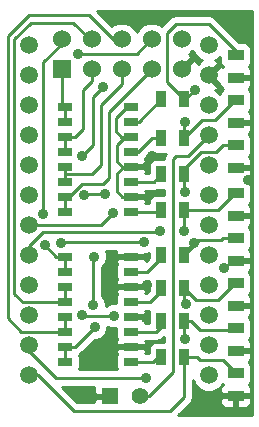
<source format=gtl>
G04 (created by PCBNEW (2013-07-07 BZR 4022)-stable) date 11/1/2014 8:09:35 PM*
%MOIN*%
G04 Gerber Fmt 3.4, Leading zero omitted, Abs format*
%FSLAX34Y34*%
G01*
G70*
G90*
G04 APERTURE LIST*
%ADD10C,0.00590551*%
%ADD11R,0.05X0.025*%
%ADD12R,0.055X0.035*%
%ADD13R,0.035X0.055*%
%ADD14R,0.055X0.055*%
%ADD15C,0.055*%
%ADD16R,0.06X0.06*%
%ADD17C,0.06*%
%ADD18C,0.0590551*%
%ADD19C,0.035*%
%ADD20C,0.01*%
G04 APERTURE END LIST*
G54D10*
G54D11*
X145100Y-90050D03*
X145100Y-90550D03*
X145100Y-91050D03*
X145100Y-91550D03*
X145100Y-92050D03*
X145100Y-92550D03*
X145100Y-93050D03*
X145100Y-93550D03*
X147300Y-93550D03*
X147300Y-93050D03*
X147300Y-92550D03*
X147300Y-92050D03*
X147300Y-91550D03*
X147300Y-91050D03*
X147300Y-90550D03*
X147300Y-90050D03*
X145100Y-95050D03*
X145100Y-95550D03*
X145100Y-96050D03*
X145100Y-96550D03*
X145100Y-97050D03*
X145100Y-97550D03*
X145100Y-98050D03*
X145100Y-98550D03*
X147300Y-98550D03*
X147300Y-98050D03*
X147300Y-97550D03*
X147300Y-97050D03*
X147300Y-96550D03*
X147300Y-96050D03*
X147300Y-95550D03*
X147300Y-95050D03*
G54D12*
X150800Y-97425D03*
X150800Y-98175D03*
G54D13*
X148325Y-98400D03*
X149075Y-98400D03*
X148325Y-97200D03*
X149075Y-97200D03*
X148325Y-96100D03*
X149075Y-96100D03*
X148325Y-95000D03*
X149075Y-95000D03*
X148325Y-93500D03*
X149075Y-93500D03*
X148325Y-92300D03*
X149075Y-92300D03*
X148325Y-91100D03*
X149075Y-91100D03*
X148325Y-89800D03*
X149075Y-89800D03*
G54D12*
X150800Y-98925D03*
X150800Y-99675D03*
X150800Y-95925D03*
X150800Y-96675D03*
X150800Y-94425D03*
X150800Y-95175D03*
X150800Y-92925D03*
X150800Y-93675D03*
X150800Y-91325D03*
X150800Y-92075D03*
X150800Y-89825D03*
X150800Y-90575D03*
X150800Y-88325D03*
X150800Y-89075D03*
G54D14*
X146600Y-99700D03*
G54D15*
X147600Y-99700D03*
G54D16*
X145000Y-88800D03*
G54D17*
X145000Y-87800D03*
X146000Y-88800D03*
X146000Y-87800D03*
X147000Y-88800D03*
X147000Y-87800D03*
X148000Y-88800D03*
X148000Y-87800D03*
X149000Y-88800D03*
X149000Y-87800D03*
G54D18*
X149900Y-88000D03*
X149900Y-99000D03*
X149900Y-98000D03*
X149900Y-97000D03*
X149900Y-96000D03*
X149900Y-95000D03*
X149900Y-94000D03*
X149900Y-93000D03*
X149900Y-92000D03*
X149900Y-91000D03*
X149900Y-90000D03*
X149900Y-89000D03*
X143900Y-89000D03*
X143900Y-90000D03*
X143900Y-91000D03*
X143900Y-92000D03*
X143900Y-93000D03*
X143900Y-94000D03*
X143900Y-95000D03*
X143900Y-96000D03*
X143900Y-97000D03*
X143900Y-98000D03*
X143900Y-99000D03*
X143900Y-88000D03*
G54D19*
X149430Y-89470D03*
X146380Y-89370D03*
X145680Y-91670D03*
X149100Y-90550D03*
X146430Y-92960D03*
X145740Y-92970D03*
X149100Y-92900D03*
X146700Y-93600D03*
X149090Y-94190D03*
X148280Y-94170D03*
X149400Y-94580D03*
X147740Y-94540D03*
X144990Y-94580D03*
X149130Y-96610D03*
X146740Y-97010D03*
X145690Y-96990D03*
X149100Y-97800D03*
X147800Y-99100D03*
X150420Y-95410D03*
X147830Y-95990D03*
X147800Y-97100D03*
X146500Y-98000D03*
X148000Y-91700D03*
X151200Y-92500D03*
X144430Y-94660D03*
X144390Y-93630D03*
X146100Y-97395D03*
X146040Y-96660D03*
X146085Y-95040D03*
X145560Y-88290D03*
G54D20*
X149100Y-89800D02*
X149075Y-89800D01*
X149430Y-89470D02*
X149100Y-89800D01*
X146040Y-89710D02*
X146380Y-89370D01*
X146040Y-91310D02*
X146040Y-89710D01*
X145680Y-91670D02*
X146040Y-91310D01*
X150800Y-88325D02*
X150800Y-88200D01*
X148500Y-89225D02*
X149075Y-89800D01*
X148500Y-87600D02*
X148500Y-89225D01*
X148800Y-87300D02*
X148500Y-87600D01*
X149900Y-87300D02*
X148800Y-87300D01*
X150800Y-88200D02*
X149900Y-87300D01*
X149075Y-90575D02*
X149075Y-91100D01*
X149100Y-90550D02*
X149075Y-90575D01*
X146420Y-92950D02*
X146430Y-92960D01*
X145760Y-92950D02*
X146420Y-92950D01*
X145740Y-92970D02*
X145760Y-92950D01*
X150800Y-89825D02*
X150775Y-89825D01*
X149675Y-90500D02*
X149075Y-91100D01*
X150100Y-90500D02*
X149675Y-90500D01*
X150775Y-89825D02*
X150100Y-90500D01*
X143900Y-94000D02*
X146300Y-94000D01*
X149075Y-92875D02*
X149075Y-92300D01*
X149100Y-92900D02*
X149075Y-92875D01*
X146300Y-94000D02*
X146700Y-93600D01*
X150800Y-91325D02*
X150375Y-91325D01*
X149075Y-92125D02*
X149075Y-92300D01*
X149658Y-91541D02*
X149075Y-92125D01*
X150158Y-91541D02*
X149658Y-91541D01*
X150375Y-91325D02*
X150158Y-91541D01*
X143900Y-95000D02*
X143900Y-94690D01*
X149075Y-94175D02*
X149075Y-93500D01*
X149090Y-94190D02*
X149075Y-94175D01*
X148240Y-94210D02*
X148280Y-94170D01*
X144380Y-94210D02*
X148240Y-94210D01*
X143900Y-94690D02*
X144380Y-94210D01*
X150800Y-92925D02*
X150775Y-92925D01*
X150200Y-93500D02*
X149075Y-93500D01*
X150775Y-92925D02*
X150200Y-93500D01*
X149075Y-94905D02*
X149075Y-95000D01*
X149400Y-94580D02*
X149075Y-94905D01*
X145030Y-94540D02*
X147740Y-94540D01*
X144990Y-94580D02*
X145030Y-94540D01*
X150800Y-94425D02*
X150375Y-94425D01*
X149575Y-94500D02*
X149075Y-95000D01*
X150300Y-94500D02*
X149575Y-94500D01*
X150375Y-94425D02*
X150300Y-94500D01*
X149075Y-96555D02*
X149075Y-96100D01*
X149130Y-96610D02*
X149075Y-96555D01*
X145710Y-97010D02*
X146740Y-97010D01*
X145690Y-96990D02*
X145710Y-97010D01*
X150800Y-95925D02*
X150775Y-95925D01*
X149475Y-96500D02*
X149075Y-96100D01*
X150200Y-96500D02*
X149475Y-96500D01*
X150775Y-95925D02*
X150200Y-96500D01*
X143900Y-98000D02*
X143900Y-98200D01*
X149075Y-97775D02*
X149075Y-97200D01*
X149100Y-97800D02*
X149075Y-97775D01*
X144800Y-99100D02*
X147800Y-99100D01*
X143900Y-98200D02*
X144800Y-99100D01*
X149075Y-97200D02*
X149300Y-97200D01*
X150725Y-97500D02*
X150800Y-97425D01*
X149600Y-97500D02*
X150725Y-97500D01*
X149300Y-97200D02*
X149600Y-97500D01*
X143900Y-99000D02*
X144200Y-99000D01*
X144200Y-99000D02*
X145400Y-100200D01*
X145400Y-100200D02*
X148600Y-100200D01*
X148600Y-100200D02*
X149075Y-99725D01*
X149075Y-99725D02*
X149075Y-98400D01*
X149075Y-98400D02*
X149500Y-98400D01*
X150375Y-98500D02*
X150800Y-98925D01*
X149600Y-98500D02*
X150375Y-98500D01*
X149500Y-98400D02*
X149600Y-98500D01*
X147300Y-90550D02*
X147575Y-90550D01*
X147575Y-90550D02*
X148325Y-89800D01*
X147300Y-91550D02*
X147550Y-91550D01*
X148000Y-91100D02*
X148325Y-91100D01*
X147550Y-91550D02*
X148000Y-91100D01*
X147300Y-92550D02*
X148075Y-92550D01*
X148075Y-92550D02*
X148325Y-92300D01*
X147300Y-93550D02*
X148275Y-93550D01*
X148275Y-93550D02*
X148325Y-93500D01*
X148325Y-95000D02*
X148325Y-95075D01*
X147850Y-95550D02*
X147300Y-95550D01*
X148325Y-95075D02*
X147850Y-95550D01*
X148325Y-96100D02*
X148325Y-96175D01*
X147950Y-96550D02*
X147300Y-96550D01*
X148325Y-96175D02*
X147950Y-96550D01*
X148325Y-97200D02*
X148325Y-97375D01*
X148150Y-97550D02*
X147300Y-97550D01*
X148325Y-97375D02*
X148150Y-97550D01*
X148325Y-98400D02*
X148200Y-98400D01*
X148050Y-98550D02*
X147300Y-98550D01*
X148200Y-98400D02*
X148050Y-98550D01*
X147600Y-99700D02*
X147900Y-99700D01*
X149200Y-91700D02*
X149900Y-91000D01*
X148800Y-91700D02*
X149200Y-91700D01*
X148700Y-91800D02*
X148800Y-91700D01*
X148700Y-98900D02*
X148700Y-91800D01*
X147900Y-99700D02*
X148700Y-98900D01*
X147300Y-92050D02*
X147060Y-92050D01*
X147020Y-93050D02*
X147300Y-93050D01*
X146830Y-92860D02*
X147020Y-93050D01*
X146830Y-92280D02*
X146830Y-92860D01*
X147060Y-92050D02*
X146830Y-92280D01*
X147300Y-91050D02*
X147110Y-91050D01*
X147030Y-92050D02*
X147300Y-92050D01*
X146850Y-91870D02*
X147030Y-92050D01*
X146850Y-91310D02*
X146850Y-91870D01*
X147110Y-91050D02*
X146850Y-91310D01*
X147300Y-90050D02*
X147180Y-90050D01*
X146990Y-91050D02*
X147300Y-91050D01*
X146800Y-90860D02*
X146990Y-91050D01*
X146800Y-90430D02*
X146800Y-90860D01*
X147180Y-90050D02*
X146800Y-90430D01*
X147300Y-96050D02*
X147770Y-96050D01*
X150430Y-95400D02*
X150440Y-95400D01*
X150420Y-95410D02*
X150430Y-95400D01*
X147770Y-96050D02*
X147830Y-95990D01*
X147300Y-98050D02*
X146550Y-98050D01*
X146550Y-98050D02*
X146500Y-98000D01*
X147300Y-92050D02*
X147650Y-92050D01*
X147800Y-91900D02*
X148000Y-91700D01*
X147650Y-92050D02*
X147800Y-91900D01*
X145000Y-88800D02*
X145000Y-89950D01*
X145000Y-89950D02*
X145100Y-90050D01*
X145100Y-90550D02*
X145100Y-90050D01*
X146000Y-88800D02*
X146000Y-89200D01*
X145450Y-91050D02*
X145100Y-91050D01*
X145700Y-90800D02*
X145450Y-91050D01*
X145700Y-89500D02*
X145700Y-90800D01*
X146000Y-89200D02*
X145700Y-89500D01*
X145100Y-91550D02*
X145100Y-91050D01*
X147000Y-88800D02*
X147000Y-89300D01*
X146000Y-92300D02*
X145100Y-92300D01*
X146300Y-92000D02*
X146000Y-92300D01*
X146300Y-90000D02*
X146300Y-92000D01*
X147000Y-89300D02*
X146300Y-90000D01*
X145100Y-92550D02*
X145100Y-92300D01*
X145100Y-92300D02*
X145100Y-92050D01*
X145100Y-93050D02*
X145240Y-93050D01*
X146580Y-90220D02*
X148000Y-88800D01*
X146580Y-92420D02*
X146580Y-90220D01*
X146390Y-92610D02*
X146580Y-92420D01*
X145680Y-92610D02*
X146390Y-92610D01*
X145240Y-93050D02*
X145680Y-92610D01*
X145100Y-93550D02*
X145100Y-93300D01*
X145100Y-93300D02*
X145100Y-93050D01*
X145000Y-87800D02*
X145000Y-87940D01*
X144820Y-95050D02*
X145100Y-95050D01*
X144430Y-94660D02*
X144820Y-95050D01*
X144390Y-88550D02*
X144390Y-93630D01*
X145000Y-87940D02*
X144390Y-88550D01*
X145100Y-95550D02*
X145100Y-95300D01*
X145100Y-95300D02*
X145100Y-95050D01*
X146000Y-87800D02*
X145950Y-87800D01*
X143695Y-96550D02*
X145100Y-96550D01*
X143425Y-96280D02*
X143695Y-96550D01*
X143425Y-87785D02*
X143425Y-96280D01*
X143970Y-87240D02*
X143425Y-87785D01*
X145390Y-87240D02*
X143970Y-87240D01*
X145950Y-87800D02*
X145390Y-87240D01*
X145100Y-96550D02*
X145100Y-96300D01*
X145100Y-96300D02*
X145100Y-96050D01*
X147000Y-87800D02*
X146700Y-87800D01*
X143650Y-97550D02*
X145100Y-97550D01*
X143200Y-97100D02*
X143650Y-97550D01*
X143200Y-87700D02*
X143200Y-97100D01*
X143900Y-87000D02*
X143200Y-87700D01*
X145900Y-87000D02*
X143900Y-87000D01*
X146700Y-87800D02*
X145900Y-87000D01*
X145100Y-97550D02*
X145100Y-97300D01*
X145100Y-97300D02*
X145100Y-97050D01*
X148000Y-87800D02*
X147985Y-87800D01*
X145445Y-98050D02*
X145100Y-98050D01*
X146100Y-97395D02*
X145445Y-98050D01*
X146040Y-95085D02*
X146040Y-96660D01*
X146085Y-95040D02*
X146040Y-95085D01*
X147495Y-88290D02*
X145560Y-88290D01*
X147985Y-87800D02*
X147495Y-88290D01*
X145100Y-98550D02*
X145100Y-98300D01*
X145100Y-98300D02*
X145100Y-98050D01*
G54D10*
G36*
X143976Y-91005D02*
X143905Y-91076D01*
X143900Y-91070D01*
X143894Y-91076D01*
X143823Y-91005D01*
X143829Y-91000D01*
X143823Y-90994D01*
X143894Y-90923D01*
X143900Y-90929D01*
X143905Y-90923D01*
X143976Y-90994D01*
X143970Y-91000D01*
X143976Y-91005D01*
X143976Y-91005D01*
G37*
G54D20*
X143976Y-91005D02*
X143905Y-91076D01*
X143900Y-91070D01*
X143894Y-91076D01*
X143823Y-91005D01*
X143829Y-91000D01*
X143823Y-90994D01*
X143894Y-90923D01*
X143900Y-90929D01*
X143905Y-90923D01*
X143976Y-90994D01*
X143970Y-91000D01*
X143976Y-91005D01*
G54D10*
G36*
X146657Y-99750D02*
X146650Y-99750D01*
X146650Y-99757D01*
X146550Y-99757D01*
X146550Y-99750D01*
X146137Y-99750D01*
X146075Y-99812D01*
X146074Y-99900D01*
X145524Y-99900D01*
X145024Y-99400D01*
X146075Y-99400D01*
X146074Y-99474D01*
X146075Y-99587D01*
X146137Y-99650D01*
X146550Y-99650D01*
X146550Y-99642D01*
X146650Y-99642D01*
X146650Y-99650D01*
X146657Y-99650D01*
X146657Y-99750D01*
X146657Y-99750D01*
G37*
G54D20*
X146657Y-99750D02*
X146650Y-99750D01*
X146650Y-99757D01*
X146550Y-99757D01*
X146550Y-99750D01*
X146137Y-99750D01*
X146075Y-99812D01*
X146074Y-99900D01*
X145524Y-99900D01*
X145024Y-99400D01*
X146075Y-99400D01*
X146074Y-99474D01*
X146075Y-99587D01*
X146137Y-99650D01*
X146550Y-99650D01*
X146550Y-99642D01*
X146650Y-99642D01*
X146650Y-99650D01*
X146657Y-99650D01*
X146657Y-99750D01*
G54D10*
G36*
X147357Y-90100D02*
X147350Y-90100D01*
X147350Y-90107D01*
X147250Y-90107D01*
X147250Y-90100D01*
X147242Y-90100D01*
X147242Y-90000D01*
X147250Y-90000D01*
X147250Y-89992D01*
X147350Y-89992D01*
X147350Y-90000D01*
X147357Y-90000D01*
X147357Y-90100D01*
X147357Y-90100D01*
G37*
G54D20*
X147357Y-90100D02*
X147350Y-90100D01*
X147350Y-90107D01*
X147250Y-90107D01*
X147250Y-90100D01*
X147242Y-90100D01*
X147242Y-90000D01*
X147250Y-90000D01*
X147250Y-89992D01*
X147350Y-89992D01*
X147350Y-90000D01*
X147357Y-90000D01*
X147357Y-90100D01*
G54D10*
G36*
X147357Y-91100D02*
X147350Y-91100D01*
X147350Y-91107D01*
X147250Y-91107D01*
X147250Y-91100D01*
X147242Y-91100D01*
X147242Y-91000D01*
X147250Y-91000D01*
X147250Y-90992D01*
X147350Y-90992D01*
X147350Y-91000D01*
X147357Y-91000D01*
X147357Y-91100D01*
X147357Y-91100D01*
G37*
G54D20*
X147357Y-91100D02*
X147350Y-91100D01*
X147350Y-91107D01*
X147250Y-91107D01*
X147250Y-91100D01*
X147242Y-91100D01*
X147242Y-91000D01*
X147250Y-91000D01*
X147250Y-90992D01*
X147350Y-90992D01*
X147350Y-91000D01*
X147357Y-91000D01*
X147357Y-91100D01*
G54D10*
G36*
X147899Y-95840D02*
X147899Y-95874D01*
X147899Y-96175D01*
X147825Y-96250D01*
X147789Y-96250D01*
X147800Y-96224D01*
X147800Y-96162D01*
X147737Y-96100D01*
X147350Y-96100D01*
X147350Y-96107D01*
X147250Y-96107D01*
X147250Y-96100D01*
X146862Y-96100D01*
X146800Y-96162D01*
X146799Y-96224D01*
X146831Y-96300D01*
X146800Y-96375D01*
X146799Y-96474D01*
X146799Y-96585D01*
X146655Y-96584D01*
X146499Y-96649D01*
X146464Y-96684D01*
X146465Y-96575D01*
X146400Y-96419D01*
X146340Y-96358D01*
X146340Y-95385D01*
X146445Y-95281D01*
X146509Y-95124D01*
X146510Y-94955D01*
X146462Y-94840D01*
X146814Y-94840D01*
X146799Y-94875D01*
X146800Y-94937D01*
X146862Y-95000D01*
X147250Y-95000D01*
X147250Y-94992D01*
X147350Y-94992D01*
X147350Y-95000D01*
X147737Y-95000D01*
X147772Y-94965D01*
X147824Y-94965D01*
X147899Y-94933D01*
X147899Y-95075D01*
X147800Y-95175D01*
X147800Y-95162D01*
X147737Y-95100D01*
X147350Y-95100D01*
X147350Y-95107D01*
X147250Y-95107D01*
X147250Y-95100D01*
X146862Y-95100D01*
X146800Y-95162D01*
X146799Y-95224D01*
X146831Y-95300D01*
X146800Y-95375D01*
X146799Y-95474D01*
X146799Y-95724D01*
X146831Y-95800D01*
X146799Y-95875D01*
X146800Y-95937D01*
X146862Y-96000D01*
X147250Y-96000D01*
X147250Y-95992D01*
X147350Y-95992D01*
X147350Y-96000D01*
X147737Y-96000D01*
X147800Y-95937D01*
X147800Y-95875D01*
X147789Y-95850D01*
X147850Y-95850D01*
X147850Y-95849D01*
X147899Y-95840D01*
X147899Y-95840D01*
G37*
G54D20*
X147899Y-95840D02*
X147899Y-95874D01*
X147899Y-96175D01*
X147825Y-96250D01*
X147789Y-96250D01*
X147800Y-96224D01*
X147800Y-96162D01*
X147737Y-96100D01*
X147350Y-96100D01*
X147350Y-96107D01*
X147250Y-96107D01*
X147250Y-96100D01*
X146862Y-96100D01*
X146800Y-96162D01*
X146799Y-96224D01*
X146831Y-96300D01*
X146800Y-96375D01*
X146799Y-96474D01*
X146799Y-96585D01*
X146655Y-96584D01*
X146499Y-96649D01*
X146464Y-96684D01*
X146465Y-96575D01*
X146400Y-96419D01*
X146340Y-96358D01*
X146340Y-95385D01*
X146445Y-95281D01*
X146509Y-95124D01*
X146510Y-94955D01*
X146462Y-94840D01*
X146814Y-94840D01*
X146799Y-94875D01*
X146800Y-94937D01*
X146862Y-95000D01*
X147250Y-95000D01*
X147250Y-94992D01*
X147350Y-94992D01*
X147350Y-95000D01*
X147737Y-95000D01*
X147772Y-94965D01*
X147824Y-94965D01*
X147899Y-94933D01*
X147899Y-95075D01*
X147800Y-95175D01*
X147800Y-95162D01*
X147737Y-95100D01*
X147350Y-95100D01*
X147350Y-95107D01*
X147250Y-95107D01*
X147250Y-95100D01*
X146862Y-95100D01*
X146800Y-95162D01*
X146799Y-95224D01*
X146831Y-95300D01*
X146800Y-95375D01*
X146799Y-95474D01*
X146799Y-95724D01*
X146831Y-95800D01*
X146799Y-95875D01*
X146800Y-95937D01*
X146862Y-96000D01*
X147250Y-96000D01*
X147250Y-95992D01*
X147350Y-95992D01*
X147350Y-96000D01*
X147737Y-96000D01*
X147800Y-95937D01*
X147800Y-95875D01*
X147789Y-95850D01*
X147850Y-95850D01*
X147850Y-95849D01*
X147899Y-95840D01*
G54D10*
G36*
X147910Y-96850D02*
X147900Y-96875D01*
X147899Y-96974D01*
X147899Y-97250D01*
X147789Y-97250D01*
X147800Y-97224D01*
X147800Y-97162D01*
X147737Y-97100D01*
X147350Y-97100D01*
X147350Y-97107D01*
X147250Y-97107D01*
X147250Y-97100D01*
X147242Y-97100D01*
X147242Y-97000D01*
X147250Y-97000D01*
X147250Y-96992D01*
X147350Y-96992D01*
X147350Y-97000D01*
X147737Y-97000D01*
X147800Y-96937D01*
X147800Y-96875D01*
X147789Y-96850D01*
X147910Y-96850D01*
X147910Y-96850D01*
G37*
G54D20*
X147910Y-96850D02*
X147900Y-96875D01*
X147899Y-96974D01*
X147899Y-97250D01*
X147789Y-97250D01*
X147800Y-97224D01*
X147800Y-97162D01*
X147737Y-97100D01*
X147350Y-97100D01*
X147350Y-97107D01*
X147250Y-97107D01*
X147250Y-97100D01*
X147242Y-97100D01*
X147242Y-97000D01*
X147250Y-97000D01*
X147250Y-96992D01*
X147350Y-96992D01*
X147350Y-97000D01*
X147737Y-97000D01*
X147800Y-96937D01*
X147800Y-96875D01*
X147789Y-96850D01*
X147910Y-96850D01*
G54D10*
G36*
X148400Y-92974D02*
X148100Y-92974D01*
X148008Y-93012D01*
X147938Y-93083D01*
X147900Y-93175D01*
X147899Y-93250D01*
X147789Y-93250D01*
X147800Y-93224D01*
X147800Y-93162D01*
X147737Y-93100D01*
X147350Y-93100D01*
X147350Y-93107D01*
X147250Y-93107D01*
X147250Y-93100D01*
X147242Y-93100D01*
X147242Y-93000D01*
X147250Y-93000D01*
X147250Y-92992D01*
X147350Y-92992D01*
X147350Y-93000D01*
X147737Y-93000D01*
X147800Y-92937D01*
X147800Y-92875D01*
X147789Y-92850D01*
X148075Y-92850D01*
X148075Y-92849D01*
X148189Y-92827D01*
X148189Y-92827D01*
X148192Y-92825D01*
X148192Y-92825D01*
X148199Y-92825D01*
X148400Y-92825D01*
X148400Y-92974D01*
X148400Y-92974D01*
G37*
G54D20*
X148400Y-92974D02*
X148100Y-92974D01*
X148008Y-93012D01*
X147938Y-93083D01*
X147900Y-93175D01*
X147899Y-93250D01*
X147789Y-93250D01*
X147800Y-93224D01*
X147800Y-93162D01*
X147737Y-93100D01*
X147350Y-93100D01*
X147350Y-93107D01*
X147250Y-93107D01*
X147250Y-93100D01*
X147242Y-93100D01*
X147242Y-93000D01*
X147250Y-93000D01*
X147250Y-92992D01*
X147350Y-92992D01*
X147350Y-93000D01*
X147737Y-93000D01*
X147800Y-92937D01*
X147800Y-92875D01*
X147789Y-92850D01*
X148075Y-92850D01*
X148075Y-92849D01*
X148189Y-92827D01*
X148189Y-92827D01*
X148192Y-92825D01*
X148192Y-92825D01*
X148199Y-92825D01*
X148400Y-92825D01*
X148400Y-92974D01*
G54D10*
G36*
X148400Y-97874D02*
X148100Y-97874D01*
X148008Y-97912D01*
X147938Y-97983D01*
X147900Y-98075D01*
X147899Y-98174D01*
X147899Y-98250D01*
X147789Y-98250D01*
X147800Y-98224D01*
X147800Y-98162D01*
X147737Y-98100D01*
X147350Y-98100D01*
X147350Y-98107D01*
X147250Y-98107D01*
X147250Y-98100D01*
X146862Y-98100D01*
X146800Y-98162D01*
X146799Y-98224D01*
X146831Y-98300D01*
X146800Y-98375D01*
X146799Y-98474D01*
X146799Y-98724D01*
X146831Y-98800D01*
X145568Y-98800D01*
X145599Y-98724D01*
X145600Y-98625D01*
X145600Y-98375D01*
X145575Y-98316D01*
X145657Y-98262D01*
X146099Y-97819D01*
X146184Y-97820D01*
X146340Y-97755D01*
X146460Y-97636D01*
X146524Y-97479D01*
X146525Y-97380D01*
X146655Y-97434D01*
X146799Y-97435D01*
X146799Y-97474D01*
X146799Y-97724D01*
X146831Y-97800D01*
X146799Y-97875D01*
X146800Y-97937D01*
X146862Y-98000D01*
X147250Y-98000D01*
X147250Y-97992D01*
X147350Y-97992D01*
X147350Y-98000D01*
X147737Y-98000D01*
X147800Y-97937D01*
X147800Y-97875D01*
X147789Y-97850D01*
X148150Y-97850D01*
X148150Y-97849D01*
X148264Y-97827D01*
X148264Y-97827D01*
X148362Y-97762D01*
X148399Y-97725D01*
X148400Y-97725D01*
X148400Y-97874D01*
X148400Y-97874D01*
G37*
G54D20*
X148400Y-97874D02*
X148100Y-97874D01*
X148008Y-97912D01*
X147938Y-97983D01*
X147900Y-98075D01*
X147899Y-98174D01*
X147899Y-98250D01*
X147789Y-98250D01*
X147800Y-98224D01*
X147800Y-98162D01*
X147737Y-98100D01*
X147350Y-98100D01*
X147350Y-98107D01*
X147250Y-98107D01*
X147250Y-98100D01*
X146862Y-98100D01*
X146800Y-98162D01*
X146799Y-98224D01*
X146831Y-98300D01*
X146800Y-98375D01*
X146799Y-98474D01*
X146799Y-98724D01*
X146831Y-98800D01*
X145568Y-98800D01*
X145599Y-98724D01*
X145600Y-98625D01*
X145600Y-98375D01*
X145575Y-98316D01*
X145657Y-98262D01*
X146099Y-97819D01*
X146184Y-97820D01*
X146340Y-97755D01*
X146460Y-97636D01*
X146524Y-97479D01*
X146525Y-97380D01*
X146655Y-97434D01*
X146799Y-97435D01*
X146799Y-97474D01*
X146799Y-97724D01*
X146831Y-97800D01*
X146799Y-97875D01*
X146800Y-97937D01*
X146862Y-98000D01*
X147250Y-98000D01*
X147250Y-97992D01*
X147350Y-97992D01*
X147350Y-98000D01*
X147737Y-98000D01*
X147800Y-97937D01*
X147800Y-97875D01*
X147789Y-97850D01*
X148150Y-97850D01*
X148150Y-97849D01*
X148264Y-97827D01*
X148264Y-97827D01*
X148362Y-97762D01*
X148399Y-97725D01*
X148400Y-97725D01*
X148400Y-97874D01*
G54D10*
G36*
X148463Y-91625D02*
X148422Y-91685D01*
X148404Y-91774D01*
X148100Y-91774D01*
X148008Y-91812D01*
X147938Y-91883D01*
X147900Y-91975D01*
X147899Y-92074D01*
X147899Y-92250D01*
X147789Y-92250D01*
X147800Y-92224D01*
X147800Y-92162D01*
X147737Y-92100D01*
X147350Y-92100D01*
X147350Y-92107D01*
X147250Y-92107D01*
X147250Y-92100D01*
X147242Y-92100D01*
X147242Y-92000D01*
X147250Y-92000D01*
X147250Y-91992D01*
X147350Y-91992D01*
X147350Y-92000D01*
X147737Y-92000D01*
X147800Y-91937D01*
X147800Y-91875D01*
X147768Y-91799D01*
X147799Y-91724D01*
X147799Y-91724D01*
X147972Y-91551D01*
X148008Y-91586D01*
X148100Y-91624D01*
X148199Y-91625D01*
X148463Y-91625D01*
X148463Y-91625D01*
G37*
G54D20*
X148463Y-91625D02*
X148422Y-91685D01*
X148404Y-91774D01*
X148100Y-91774D01*
X148008Y-91812D01*
X147938Y-91883D01*
X147900Y-91975D01*
X147899Y-92074D01*
X147899Y-92250D01*
X147789Y-92250D01*
X147800Y-92224D01*
X147800Y-92162D01*
X147737Y-92100D01*
X147350Y-92100D01*
X147350Y-92107D01*
X147250Y-92107D01*
X147250Y-92100D01*
X147242Y-92100D01*
X147242Y-92000D01*
X147250Y-92000D01*
X147250Y-91992D01*
X147350Y-91992D01*
X147350Y-92000D01*
X147737Y-92000D01*
X147800Y-91937D01*
X147800Y-91875D01*
X147768Y-91799D01*
X147799Y-91724D01*
X147799Y-91724D01*
X147972Y-91551D01*
X148008Y-91586D01*
X148100Y-91624D01*
X148199Y-91625D01*
X148463Y-91625D01*
G54D10*
G36*
X149076Y-87805D02*
X149005Y-87876D01*
X149000Y-87870D01*
X148994Y-87876D01*
X148923Y-87805D01*
X148929Y-87800D01*
X148923Y-87794D01*
X148994Y-87723D01*
X149000Y-87729D01*
X149005Y-87723D01*
X149076Y-87794D01*
X149070Y-87800D01*
X149076Y-87805D01*
X149076Y-87805D01*
G37*
G54D20*
X149076Y-87805D02*
X149005Y-87876D01*
X149000Y-87870D01*
X148994Y-87876D01*
X148923Y-87805D01*
X148929Y-87800D01*
X148923Y-87794D01*
X148994Y-87723D01*
X149000Y-87729D01*
X149005Y-87723D01*
X149076Y-87794D01*
X149070Y-87800D01*
X149076Y-87805D01*
G54D10*
G36*
X149675Y-88497D02*
X149614Y-88522D01*
X149588Y-88617D01*
X149542Y-88572D01*
X149516Y-88598D01*
X149481Y-88512D01*
X149385Y-88484D01*
X149070Y-88800D01*
X149076Y-88805D01*
X149005Y-88876D01*
X149000Y-88870D01*
X148994Y-88876D01*
X148923Y-88805D01*
X148929Y-88800D01*
X148923Y-88794D01*
X148994Y-88723D01*
X149000Y-88729D01*
X149315Y-88414D01*
X149287Y-88318D01*
X149239Y-88301D01*
X149287Y-88281D01*
X149315Y-88185D01*
X149360Y-88231D01*
X149392Y-88199D01*
X149437Y-88308D01*
X149590Y-88461D01*
X149675Y-88497D01*
X149675Y-88497D01*
G37*
G54D20*
X149675Y-88497D02*
X149614Y-88522D01*
X149588Y-88617D01*
X149542Y-88572D01*
X149516Y-88598D01*
X149481Y-88512D01*
X149385Y-88484D01*
X149070Y-88800D01*
X149076Y-88805D01*
X149005Y-88876D01*
X149000Y-88870D01*
X148994Y-88876D01*
X148923Y-88805D01*
X148929Y-88800D01*
X148923Y-88794D01*
X148994Y-88723D01*
X149000Y-88729D01*
X149315Y-88414D01*
X149287Y-88318D01*
X149239Y-88301D01*
X149287Y-88281D01*
X149315Y-88185D01*
X149360Y-88231D01*
X149392Y-88199D01*
X149437Y-88308D01*
X149590Y-88461D01*
X149675Y-88497D01*
G54D10*
G36*
X150371Y-89450D02*
X150313Y-89508D01*
X150275Y-89600D01*
X150275Y-89603D01*
X150209Y-89538D01*
X150124Y-89502D01*
X150185Y-89477D01*
X150211Y-89382D01*
X149900Y-89070D01*
X149894Y-89076D01*
X149823Y-89005D01*
X149829Y-89000D01*
X149823Y-88994D01*
X149894Y-88923D01*
X149900Y-88929D01*
X150211Y-88617D01*
X150185Y-88522D01*
X150119Y-88499D01*
X150208Y-88462D01*
X150274Y-88396D01*
X150274Y-88549D01*
X150312Y-88641D01*
X150371Y-88700D01*
X150361Y-88710D01*
X150282Y-88688D01*
X149970Y-89000D01*
X150278Y-89307D01*
X150312Y-89391D01*
X150371Y-89450D01*
X150371Y-89450D01*
G37*
G54D20*
X150371Y-89450D02*
X150313Y-89508D01*
X150275Y-89600D01*
X150275Y-89603D01*
X150209Y-89538D01*
X150124Y-89502D01*
X150185Y-89477D01*
X150211Y-89382D01*
X149900Y-89070D01*
X149894Y-89076D01*
X149823Y-89005D01*
X149829Y-89000D01*
X149823Y-88994D01*
X149894Y-88923D01*
X149900Y-88929D01*
X150211Y-88617D01*
X150185Y-88522D01*
X150119Y-88499D01*
X150208Y-88462D01*
X150274Y-88396D01*
X150274Y-88549D01*
X150312Y-88641D01*
X150371Y-88700D01*
X150361Y-88710D01*
X150282Y-88688D01*
X149970Y-89000D01*
X150278Y-89307D01*
X150312Y-89391D01*
X150371Y-89450D01*
G54D10*
G36*
X151330Y-100330D02*
X151325Y-100330D01*
X151325Y-99899D01*
X151325Y-99787D01*
X151262Y-99725D01*
X150850Y-99725D01*
X150850Y-100037D01*
X150912Y-100100D01*
X151025Y-100100D01*
X151124Y-100099D01*
X151216Y-100061D01*
X151287Y-99991D01*
X151325Y-99899D01*
X151325Y-100330D01*
X150750Y-100330D01*
X150750Y-100037D01*
X150750Y-99725D01*
X150337Y-99725D01*
X150275Y-99787D01*
X150274Y-99899D01*
X150312Y-99991D01*
X150383Y-100061D01*
X150475Y-100099D01*
X150574Y-100100D01*
X150687Y-100100D01*
X150750Y-100037D01*
X150750Y-100330D01*
X148893Y-100330D01*
X149287Y-99937D01*
X149287Y-99937D01*
X149352Y-99839D01*
X149374Y-99725D01*
X149375Y-99725D01*
X149375Y-99157D01*
X149437Y-99308D01*
X149590Y-99461D01*
X149791Y-99545D01*
X150007Y-99545D01*
X150208Y-99462D01*
X150361Y-99309D01*
X150367Y-99296D01*
X150371Y-99300D01*
X150312Y-99358D01*
X150274Y-99450D01*
X150275Y-99562D01*
X150337Y-99625D01*
X150750Y-99625D01*
X150750Y-99617D01*
X150850Y-99617D01*
X150850Y-99625D01*
X151262Y-99625D01*
X151325Y-99562D01*
X151325Y-99450D01*
X151287Y-99358D01*
X151228Y-99299D01*
X151286Y-99241D01*
X151324Y-99149D01*
X151325Y-99050D01*
X151325Y-98700D01*
X151287Y-98608D01*
X151228Y-98550D01*
X151287Y-98491D01*
X151325Y-98399D01*
X151325Y-98287D01*
X151262Y-98225D01*
X150850Y-98225D01*
X150850Y-98232D01*
X150750Y-98232D01*
X150750Y-98225D01*
X150742Y-98225D01*
X150742Y-98125D01*
X150750Y-98125D01*
X150750Y-98117D01*
X150850Y-98117D01*
X150850Y-98125D01*
X151262Y-98125D01*
X151325Y-98062D01*
X151325Y-97950D01*
X151287Y-97858D01*
X151228Y-97799D01*
X151286Y-97741D01*
X151324Y-97649D01*
X151325Y-97550D01*
X151325Y-97200D01*
X151287Y-97108D01*
X151228Y-97050D01*
X151287Y-96991D01*
X151325Y-96899D01*
X151325Y-96787D01*
X151262Y-96725D01*
X150850Y-96725D01*
X150850Y-96732D01*
X150750Y-96732D01*
X150750Y-96725D01*
X150742Y-96725D01*
X150742Y-96625D01*
X150750Y-96625D01*
X150750Y-96617D01*
X150850Y-96617D01*
X150850Y-96625D01*
X151262Y-96625D01*
X151325Y-96562D01*
X151325Y-96450D01*
X151287Y-96358D01*
X151228Y-96299D01*
X151286Y-96241D01*
X151324Y-96149D01*
X151325Y-96050D01*
X151325Y-95700D01*
X151287Y-95608D01*
X151228Y-95550D01*
X151287Y-95491D01*
X151325Y-95399D01*
X151325Y-95287D01*
X151262Y-95225D01*
X150850Y-95225D01*
X150850Y-95232D01*
X150750Y-95232D01*
X150750Y-95225D01*
X150742Y-95225D01*
X150742Y-95125D01*
X150750Y-95125D01*
X150750Y-95117D01*
X150850Y-95117D01*
X150850Y-95125D01*
X151262Y-95125D01*
X151325Y-95062D01*
X151325Y-94950D01*
X151287Y-94858D01*
X151228Y-94799D01*
X151286Y-94741D01*
X151324Y-94649D01*
X151325Y-94550D01*
X151325Y-94200D01*
X151287Y-94108D01*
X151228Y-94050D01*
X151287Y-93991D01*
X151325Y-93899D01*
X151325Y-93787D01*
X151262Y-93725D01*
X150850Y-93725D01*
X150850Y-93732D01*
X150750Y-93732D01*
X150750Y-93725D01*
X150742Y-93725D01*
X150742Y-93625D01*
X150750Y-93625D01*
X150750Y-93617D01*
X150850Y-93617D01*
X150850Y-93625D01*
X151262Y-93625D01*
X151325Y-93562D01*
X151325Y-93450D01*
X151287Y-93358D01*
X151228Y-93299D01*
X151286Y-93241D01*
X151324Y-93149D01*
X151325Y-93050D01*
X151325Y-92700D01*
X151287Y-92608D01*
X151216Y-92538D01*
X151124Y-92500D01*
X151074Y-92500D01*
X151124Y-92499D01*
X151216Y-92461D01*
X151287Y-92391D01*
X151325Y-92299D01*
X151325Y-92187D01*
X151262Y-92125D01*
X150850Y-92125D01*
X150850Y-92132D01*
X150750Y-92132D01*
X150750Y-92125D01*
X150742Y-92125D01*
X150742Y-92025D01*
X150750Y-92025D01*
X150750Y-92017D01*
X150850Y-92017D01*
X150850Y-92025D01*
X151262Y-92025D01*
X151325Y-91962D01*
X151325Y-91850D01*
X151287Y-91758D01*
X151228Y-91699D01*
X151286Y-91641D01*
X151324Y-91549D01*
X151325Y-91450D01*
X151325Y-91100D01*
X151287Y-91008D01*
X151228Y-90950D01*
X151287Y-90891D01*
X151325Y-90799D01*
X151325Y-90687D01*
X151262Y-90625D01*
X150850Y-90625D01*
X150850Y-90632D01*
X150750Y-90632D01*
X150750Y-90625D01*
X150742Y-90625D01*
X150742Y-90525D01*
X150750Y-90525D01*
X150750Y-90517D01*
X150850Y-90517D01*
X150850Y-90525D01*
X151262Y-90525D01*
X151325Y-90462D01*
X151325Y-90350D01*
X151287Y-90258D01*
X151228Y-90199D01*
X151286Y-90141D01*
X151324Y-90049D01*
X151325Y-89950D01*
X151325Y-89600D01*
X151287Y-89508D01*
X151228Y-89450D01*
X151287Y-89391D01*
X151325Y-89299D01*
X151325Y-89187D01*
X151262Y-89125D01*
X150850Y-89125D01*
X150850Y-89132D01*
X150750Y-89132D01*
X150750Y-89125D01*
X150742Y-89125D01*
X150742Y-89025D01*
X150750Y-89025D01*
X150750Y-89017D01*
X150850Y-89017D01*
X150850Y-89025D01*
X151262Y-89025D01*
X151325Y-88962D01*
X151325Y-88850D01*
X151287Y-88758D01*
X151228Y-88699D01*
X151286Y-88641D01*
X151324Y-88549D01*
X151325Y-88450D01*
X151325Y-88100D01*
X151287Y-88008D01*
X151216Y-87938D01*
X151124Y-87900D01*
X151025Y-87899D01*
X150924Y-87899D01*
X150112Y-87087D01*
X150014Y-87022D01*
X149900Y-87000D01*
X148800Y-87000D01*
X148685Y-87022D01*
X148587Y-87087D01*
X148326Y-87348D01*
X148311Y-87334D01*
X148109Y-87250D01*
X147891Y-87249D01*
X147688Y-87333D01*
X147534Y-87488D01*
X147500Y-87569D01*
X147466Y-87488D01*
X147311Y-87334D01*
X147109Y-87250D01*
X146891Y-87249D01*
X146688Y-87333D01*
X146673Y-87349D01*
X146193Y-86869D01*
X151000Y-86869D01*
X151330Y-86869D01*
X151330Y-100300D01*
X151330Y-100330D01*
X151330Y-100330D01*
G37*
G54D20*
X151330Y-100330D02*
X151325Y-100330D01*
X151325Y-99899D01*
X151325Y-99787D01*
X151262Y-99725D01*
X150850Y-99725D01*
X150850Y-100037D01*
X150912Y-100100D01*
X151025Y-100100D01*
X151124Y-100099D01*
X151216Y-100061D01*
X151287Y-99991D01*
X151325Y-99899D01*
X151325Y-100330D01*
X150750Y-100330D01*
X150750Y-100037D01*
X150750Y-99725D01*
X150337Y-99725D01*
X150275Y-99787D01*
X150274Y-99899D01*
X150312Y-99991D01*
X150383Y-100061D01*
X150475Y-100099D01*
X150574Y-100100D01*
X150687Y-100100D01*
X150750Y-100037D01*
X150750Y-100330D01*
X148893Y-100330D01*
X149287Y-99937D01*
X149287Y-99937D01*
X149352Y-99839D01*
X149374Y-99725D01*
X149375Y-99725D01*
X149375Y-99157D01*
X149437Y-99308D01*
X149590Y-99461D01*
X149791Y-99545D01*
X150007Y-99545D01*
X150208Y-99462D01*
X150361Y-99309D01*
X150367Y-99296D01*
X150371Y-99300D01*
X150312Y-99358D01*
X150274Y-99450D01*
X150275Y-99562D01*
X150337Y-99625D01*
X150750Y-99625D01*
X150750Y-99617D01*
X150850Y-99617D01*
X150850Y-99625D01*
X151262Y-99625D01*
X151325Y-99562D01*
X151325Y-99450D01*
X151287Y-99358D01*
X151228Y-99299D01*
X151286Y-99241D01*
X151324Y-99149D01*
X151325Y-99050D01*
X151325Y-98700D01*
X151287Y-98608D01*
X151228Y-98550D01*
X151287Y-98491D01*
X151325Y-98399D01*
X151325Y-98287D01*
X151262Y-98225D01*
X150850Y-98225D01*
X150850Y-98232D01*
X150750Y-98232D01*
X150750Y-98225D01*
X150742Y-98225D01*
X150742Y-98125D01*
X150750Y-98125D01*
X150750Y-98117D01*
X150850Y-98117D01*
X150850Y-98125D01*
X151262Y-98125D01*
X151325Y-98062D01*
X151325Y-97950D01*
X151287Y-97858D01*
X151228Y-97799D01*
X151286Y-97741D01*
X151324Y-97649D01*
X151325Y-97550D01*
X151325Y-97200D01*
X151287Y-97108D01*
X151228Y-97050D01*
X151287Y-96991D01*
X151325Y-96899D01*
X151325Y-96787D01*
X151262Y-96725D01*
X150850Y-96725D01*
X150850Y-96732D01*
X150750Y-96732D01*
X150750Y-96725D01*
X150742Y-96725D01*
X150742Y-96625D01*
X150750Y-96625D01*
X150750Y-96617D01*
X150850Y-96617D01*
X150850Y-96625D01*
X151262Y-96625D01*
X151325Y-96562D01*
X151325Y-96450D01*
X151287Y-96358D01*
X151228Y-96299D01*
X151286Y-96241D01*
X151324Y-96149D01*
X151325Y-96050D01*
X151325Y-95700D01*
X151287Y-95608D01*
X151228Y-95550D01*
X151287Y-95491D01*
X151325Y-95399D01*
X151325Y-95287D01*
X151262Y-95225D01*
X150850Y-95225D01*
X150850Y-95232D01*
X150750Y-95232D01*
X150750Y-95225D01*
X150742Y-95225D01*
X150742Y-95125D01*
X150750Y-95125D01*
X150750Y-95117D01*
X150850Y-95117D01*
X150850Y-95125D01*
X151262Y-95125D01*
X151325Y-95062D01*
X151325Y-94950D01*
X151287Y-94858D01*
X151228Y-94799D01*
X151286Y-94741D01*
X151324Y-94649D01*
X151325Y-94550D01*
X151325Y-94200D01*
X151287Y-94108D01*
X151228Y-94050D01*
X151287Y-93991D01*
X151325Y-93899D01*
X151325Y-93787D01*
X151262Y-93725D01*
X150850Y-93725D01*
X150850Y-93732D01*
X150750Y-93732D01*
X150750Y-93725D01*
X150742Y-93725D01*
X150742Y-93625D01*
X150750Y-93625D01*
X150750Y-93617D01*
X150850Y-93617D01*
X150850Y-93625D01*
X151262Y-93625D01*
X151325Y-93562D01*
X151325Y-93450D01*
X151287Y-93358D01*
X151228Y-93299D01*
X151286Y-93241D01*
X151324Y-93149D01*
X151325Y-93050D01*
X151325Y-92700D01*
X151287Y-92608D01*
X151216Y-92538D01*
X151124Y-92500D01*
X151074Y-92500D01*
X151124Y-92499D01*
X151216Y-92461D01*
X151287Y-92391D01*
X151325Y-92299D01*
X151325Y-92187D01*
X151262Y-92125D01*
X150850Y-92125D01*
X150850Y-92132D01*
X150750Y-92132D01*
X150750Y-92125D01*
X150742Y-92125D01*
X150742Y-92025D01*
X150750Y-92025D01*
X150750Y-92017D01*
X150850Y-92017D01*
X150850Y-92025D01*
X151262Y-92025D01*
X151325Y-91962D01*
X151325Y-91850D01*
X151287Y-91758D01*
X151228Y-91699D01*
X151286Y-91641D01*
X151324Y-91549D01*
X151325Y-91450D01*
X151325Y-91100D01*
X151287Y-91008D01*
X151228Y-90950D01*
X151287Y-90891D01*
X151325Y-90799D01*
X151325Y-90687D01*
X151262Y-90625D01*
X150850Y-90625D01*
X150850Y-90632D01*
X150750Y-90632D01*
X150750Y-90625D01*
X150742Y-90625D01*
X150742Y-90525D01*
X150750Y-90525D01*
X150750Y-90517D01*
X150850Y-90517D01*
X150850Y-90525D01*
X151262Y-90525D01*
X151325Y-90462D01*
X151325Y-90350D01*
X151287Y-90258D01*
X151228Y-90199D01*
X151286Y-90141D01*
X151324Y-90049D01*
X151325Y-89950D01*
X151325Y-89600D01*
X151287Y-89508D01*
X151228Y-89450D01*
X151287Y-89391D01*
X151325Y-89299D01*
X151325Y-89187D01*
X151262Y-89125D01*
X150850Y-89125D01*
X150850Y-89132D01*
X150750Y-89132D01*
X150750Y-89125D01*
X150742Y-89125D01*
X150742Y-89025D01*
X150750Y-89025D01*
X150750Y-89017D01*
X150850Y-89017D01*
X150850Y-89025D01*
X151262Y-89025D01*
X151325Y-88962D01*
X151325Y-88850D01*
X151287Y-88758D01*
X151228Y-88699D01*
X151286Y-88641D01*
X151324Y-88549D01*
X151325Y-88450D01*
X151325Y-88100D01*
X151287Y-88008D01*
X151216Y-87938D01*
X151124Y-87900D01*
X151025Y-87899D01*
X150924Y-87899D01*
X150112Y-87087D01*
X150014Y-87022D01*
X149900Y-87000D01*
X148800Y-87000D01*
X148685Y-87022D01*
X148587Y-87087D01*
X148326Y-87348D01*
X148311Y-87334D01*
X148109Y-87250D01*
X147891Y-87249D01*
X147688Y-87333D01*
X147534Y-87488D01*
X147500Y-87569D01*
X147466Y-87488D01*
X147311Y-87334D01*
X147109Y-87250D01*
X146891Y-87249D01*
X146688Y-87333D01*
X146673Y-87349D01*
X146193Y-86869D01*
X151000Y-86869D01*
X151330Y-86869D01*
X151330Y-100300D01*
X151330Y-100330D01*
M02*

</source>
